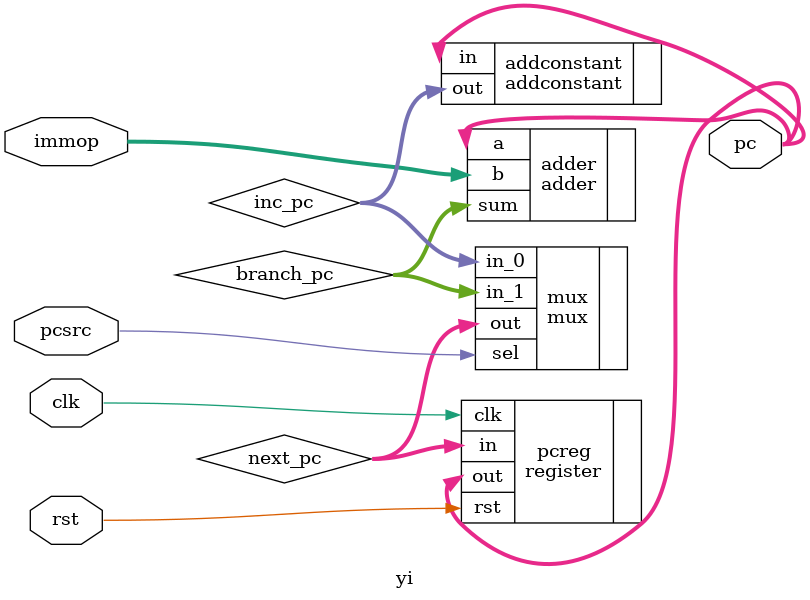
<source format=sv>
module yi #(
  parameter WIDTH = 32
)(
  // interface signals
  input  logic clk,
  input  logic rst,
  input  logic pcsrc,
  input  logic [WIDTH-1:0] immop,
  output logic [WIDTH-1:0] pc
);

wire [WIDTH-1:0] branch_pc; // interconnect wire
wire [WIDTH-1:0] inc_pc;    // interconnect wire
wire [WIDTH-1:0] next_pc;   // interconnect wire

adder adder (
  .a(pc),
  .b(immop),
  .sum(branch_pc)
);

addconstant addconstant(
  .in(pc),
  .out(inc_pc)
);

mux mux(
  .in_1(branch_pc),
  .in_0(inc_pc),
  .sel(pcsrc),
  .out(next_pc)
);

register pcreg(
  .clk(clk),
  .rst(rst),
  .in(next_pc),
  .out(pc)
);

endmodule

</source>
